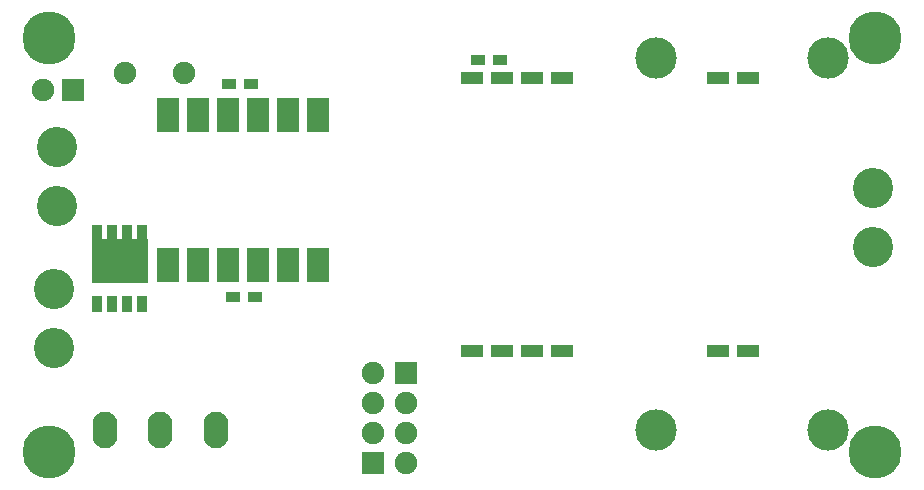
<source format=gbs>
G04*
G04 #@! TF.GenerationSoftware,Altium Limited,Altium Designer,24.0.1 (36)*
G04*
G04 Layer_Color=16711935*
%FSLAX44Y44*%
%MOMM*%
G71*
G04*
G04 #@! TF.SameCoordinates,72622C8A-B07E-4F55-B3FE-632304D3AF33*
G04*
G04*
G04 #@! TF.FilePolarity,Negative*
G04*
G01*
G75*
%ADD57R,1.2192X0.9652*%
%ADD84C,4.5000*%
%ADD85O,2.1016X3.1016*%
%ADD86R,1.9032X1.9032*%
%ADD87C,1.9032*%
%ADD88R,1.9032X1.9032*%
%ADD89C,3.4032*%
%ADD90C,1.9016*%
%ADD91C,3.5000*%
%ADD92C,0.8128*%
%ADD114R,1.8542X1.0032*%
%ADD115R,1.9032X3.0032*%
%ADD116R,4.7016X3.7016*%
%ADD117R,0.9016X1.4226*%
D57*
X406781Y356870D02*
D03*
X388239D02*
D03*
X181229Y156210D02*
D03*
X199771D02*
D03*
X195961Y336550D02*
D03*
X177419D02*
D03*
D84*
X25000Y375000D02*
D03*
Y25000D02*
D03*
X725000Y375000D02*
D03*
Y25000D02*
D03*
D85*
X72390Y43180D02*
D03*
X119390D02*
D03*
X166390D02*
D03*
D86*
X327660Y91440D02*
D03*
X299720Y15420D02*
D03*
D87*
X327660Y66040D02*
D03*
Y40640D02*
D03*
Y15240D02*
D03*
X299720Y40820D02*
D03*
Y66220D02*
D03*
Y91620D02*
D03*
X20320Y331470D02*
D03*
D88*
X45720D02*
D03*
D89*
X31750Y232810D02*
D03*
Y282810D02*
D03*
X722630Y198520D02*
D03*
Y248520D02*
D03*
X29210Y113030D02*
D03*
Y163030D02*
D03*
D90*
X139700Y345440D02*
D03*
X89700D02*
D03*
D91*
X539530Y43140D02*
D03*
Y358140D02*
D03*
X684530Y43140D02*
D03*
Y358140D02*
D03*
D92*
X80089Y181841D02*
D03*
X90089D02*
D03*
X80089Y191841D02*
D03*
X90089D02*
D03*
D114*
X617220Y110490D02*
D03*
X591820D02*
D03*
X459740D02*
D03*
X434340D02*
D03*
X408940D02*
D03*
X383540D02*
D03*
Y341630D02*
D03*
X408940D02*
D03*
X434340D02*
D03*
X459740D02*
D03*
X591820D02*
D03*
X617220D02*
D03*
D115*
X151130Y182880D02*
D03*
X125730D02*
D03*
X176530D02*
D03*
X201930D02*
D03*
X227330D02*
D03*
X252730D02*
D03*
Y309880D02*
D03*
X227330D02*
D03*
X201930D02*
D03*
X176530D02*
D03*
X151130D02*
D03*
X125730D02*
D03*
D116*
X85090Y186840D02*
D03*
D117*
X104140Y210594D02*
D03*
X91440D02*
D03*
X78740D02*
D03*
X66040D02*
D03*
Y150086D02*
D03*
X78740D02*
D03*
X91440D02*
D03*
X104140D02*
D03*
M02*

</source>
